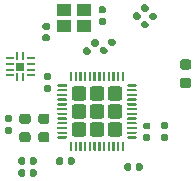
<source format=gtp>
%TF.GenerationSoftware,KiCad,Pcbnew,5.1.7-a382d34a8~87~ubuntu20.04.1*%
%TF.CreationDate,2020-10-26T14:53:32+05:00*%
%TF.ProjectId,OneRing,4f6e6552-696e-4672-9e6b-696361645f70,rev?*%
%TF.SameCoordinates,Original*%
%TF.FileFunction,Paste,Top*%
%TF.FilePolarity,Positive*%
%FSLAX46Y46*%
G04 Gerber Fmt 4.6, Leading zero omitted, Abs format (unit mm)*
G04 Created by KiCad (PCBNEW 5.1.7-a382d34a8~87~ubuntu20.04.1) date 2020-10-26 14:53:32*
%MOMM*%
%LPD*%
G01*
G04 APERTURE LIST*
%ADD10R,0.700000X0.250000*%
%ADD11R,0.700000X0.700000*%
%ADD12R,0.250000X0.700000*%
%ADD13R,1.150000X1.000000*%
G04 APERTURE END LIST*
%TO.C,C1*%
G36*
G01*
X157672500Y-107680000D02*
X157327500Y-107680000D01*
G75*
G02*
X157180000Y-107532500I0J147500D01*
G01*
X157180000Y-107237500D01*
G75*
G02*
X157327500Y-107090000I147500J0D01*
G01*
X157672500Y-107090000D01*
G75*
G02*
X157820000Y-107237500I0J-147500D01*
G01*
X157820000Y-107532500D01*
G75*
G02*
X157672500Y-107680000I-147500J0D01*
G01*
G37*
G36*
G01*
X157672500Y-106710000D02*
X157327500Y-106710000D01*
G75*
G02*
X157180000Y-106562500I0J147500D01*
G01*
X157180000Y-106267500D01*
G75*
G02*
X157327500Y-106120000I147500J0D01*
G01*
X157672500Y-106120000D01*
G75*
G02*
X157820000Y-106267500I0J-147500D01*
G01*
X157820000Y-106562500D01*
G75*
G02*
X157672500Y-106710000I-147500J0D01*
G01*
G37*
%TD*%
%TO.C,C2*%
G36*
G01*
X163095000Y-109827500D02*
X163095000Y-110172500D01*
G75*
G02*
X162947500Y-110320000I-147500J0D01*
G01*
X162652500Y-110320000D01*
G75*
G02*
X162505000Y-110172500I0J147500D01*
G01*
X162505000Y-109827500D01*
G75*
G02*
X162652500Y-109680000I147500J0D01*
G01*
X162947500Y-109680000D01*
G75*
G02*
X163095000Y-109827500I0J-147500D01*
G01*
G37*
G36*
G01*
X162125000Y-109827500D02*
X162125000Y-110172500D01*
G75*
G02*
X161977500Y-110320000I-147500J0D01*
G01*
X161682500Y-110320000D01*
G75*
G02*
X161535000Y-110172500I0J147500D01*
G01*
X161535000Y-109827500D01*
G75*
G02*
X161682500Y-109680000I147500J0D01*
G01*
X161977500Y-109680000D01*
G75*
G02*
X162125000Y-109827500I0J-147500D01*
G01*
G37*
%TD*%
%TO.C,C3*%
G36*
G01*
X166156327Y-100287625D02*
X165912375Y-100043673D01*
G75*
G02*
X165912375Y-99835077I104298J104298D01*
G01*
X166120971Y-99626481D01*
G75*
G02*
X166329567Y-99626481I104298J-104298D01*
G01*
X166573519Y-99870433D01*
G75*
G02*
X166573519Y-100079029I-104298J-104298D01*
G01*
X166364923Y-100287625D01*
G75*
G02*
X166156327Y-100287625I-104298J104298D01*
G01*
G37*
G36*
G01*
X165470433Y-100973519D02*
X165226481Y-100729567D01*
G75*
G02*
X165226481Y-100520971I104298J104298D01*
G01*
X165435077Y-100312375D01*
G75*
G02*
X165643673Y-100312375I104298J-104298D01*
G01*
X165887625Y-100556327D01*
G75*
G02*
X165887625Y-100764923I-104298J-104298D01*
G01*
X165679029Y-100973519D01*
G75*
G02*
X165470433Y-100973519I-104298J104298D01*
G01*
G37*
%TD*%
%TO.C,C4*%
G36*
G01*
X164070433Y-101023519D02*
X163826481Y-100779567D01*
G75*
G02*
X163826481Y-100570971I104298J104298D01*
G01*
X164035077Y-100362375D01*
G75*
G02*
X164243673Y-100362375I104298J-104298D01*
G01*
X164487625Y-100606327D01*
G75*
G02*
X164487625Y-100814923I-104298J-104298D01*
G01*
X164279029Y-101023519D01*
G75*
G02*
X164070433Y-101023519I-104298J104298D01*
G01*
G37*
G36*
G01*
X164756327Y-100337625D02*
X164512375Y-100093673D01*
G75*
G02*
X164512375Y-99885077I104298J104298D01*
G01*
X164720971Y-99676481D01*
G75*
G02*
X164929567Y-99676481I104298J-104298D01*
G01*
X165173519Y-99920433D01*
G75*
G02*
X165173519Y-100129029I-104298J-104298D01*
G01*
X164964923Y-100337625D01*
G75*
G02*
X164756327Y-100337625I-104298J104298D01*
G01*
G37*
%TD*%
%TO.C,C5*%
G36*
G01*
X159156250Y-108425000D02*
X158643750Y-108425000D01*
G75*
G02*
X158425000Y-108206250I0J218750D01*
G01*
X158425000Y-107768750D01*
G75*
G02*
X158643750Y-107550000I218750J0D01*
G01*
X159156250Y-107550000D01*
G75*
G02*
X159375000Y-107768750I0J-218750D01*
G01*
X159375000Y-108206250D01*
G75*
G02*
X159156250Y-108425000I-218750J0D01*
G01*
G37*
G36*
G01*
X159156250Y-106850000D02*
X158643750Y-106850000D01*
G75*
G02*
X158425000Y-106631250I0J218750D01*
G01*
X158425000Y-106193750D01*
G75*
G02*
X158643750Y-105975000I218750J0D01*
G01*
X159156250Y-105975000D01*
G75*
G02*
X159375000Y-106193750I0J-218750D01*
G01*
X159375000Y-106631250D01*
G75*
G02*
X159156250Y-106850000I-218750J0D01*
G01*
G37*
%TD*%
%TO.C,C6*%
G36*
G01*
X169372500Y-108295000D02*
X169027500Y-108295000D01*
G75*
G02*
X168880000Y-108147500I0J147500D01*
G01*
X168880000Y-107852500D01*
G75*
G02*
X169027500Y-107705000I147500J0D01*
G01*
X169372500Y-107705000D01*
G75*
G02*
X169520000Y-107852500I0J-147500D01*
G01*
X169520000Y-108147500D01*
G75*
G02*
X169372500Y-108295000I-147500J0D01*
G01*
G37*
G36*
G01*
X169372500Y-107325000D02*
X169027500Y-107325000D01*
G75*
G02*
X168880000Y-107177500I0J147500D01*
G01*
X168880000Y-106882500D01*
G75*
G02*
X169027500Y-106735000I147500J0D01*
G01*
X169372500Y-106735000D01*
G75*
G02*
X169520000Y-106882500I0J-147500D01*
G01*
X169520000Y-107177500D01*
G75*
G02*
X169372500Y-107325000I-147500J0D01*
G01*
G37*
%TD*%
%TO.C,C7*%
G36*
G01*
X165622500Y-97495000D02*
X165277500Y-97495000D01*
G75*
G02*
X165130000Y-97347500I0J147500D01*
G01*
X165130000Y-97052500D01*
G75*
G02*
X165277500Y-96905000I147500J0D01*
G01*
X165622500Y-96905000D01*
G75*
G02*
X165770000Y-97052500I0J-147500D01*
G01*
X165770000Y-97347500D01*
G75*
G02*
X165622500Y-97495000I-147500J0D01*
G01*
G37*
G36*
G01*
X165622500Y-98465000D02*
X165277500Y-98465000D01*
G75*
G02*
X165130000Y-98317500I0J147500D01*
G01*
X165130000Y-98022500D01*
G75*
G02*
X165277500Y-97875000I147500J0D01*
G01*
X165622500Y-97875000D01*
G75*
G02*
X165770000Y-98022500I0J-147500D01*
G01*
X165770000Y-98317500D01*
G75*
G02*
X165622500Y-98465000I-147500J0D01*
G01*
G37*
%TD*%
%TO.C,C8*%
G36*
G01*
X160872500Y-99865000D02*
X160527500Y-99865000D01*
G75*
G02*
X160380000Y-99717500I0J147500D01*
G01*
X160380000Y-99422500D01*
G75*
G02*
X160527500Y-99275000I147500J0D01*
G01*
X160872500Y-99275000D01*
G75*
G02*
X161020000Y-99422500I0J-147500D01*
G01*
X161020000Y-99717500D01*
G75*
G02*
X160872500Y-99865000I-147500J0D01*
G01*
G37*
G36*
G01*
X160872500Y-98895000D02*
X160527500Y-98895000D01*
G75*
G02*
X160380000Y-98747500I0J147500D01*
G01*
X160380000Y-98452500D01*
G75*
G02*
X160527500Y-98305000I147500J0D01*
G01*
X160872500Y-98305000D01*
G75*
G02*
X161020000Y-98452500I0J-147500D01*
G01*
X161020000Y-98747500D01*
G75*
G02*
X160872500Y-98895000I-147500J0D01*
G01*
G37*
%TD*%
%TO.C,C9*%
G36*
G01*
X160627500Y-103525000D02*
X160972500Y-103525000D01*
G75*
G02*
X161120000Y-103672500I0J-147500D01*
G01*
X161120000Y-103967500D01*
G75*
G02*
X160972500Y-104115000I-147500J0D01*
G01*
X160627500Y-104115000D01*
G75*
G02*
X160480000Y-103967500I0J147500D01*
G01*
X160480000Y-103672500D01*
G75*
G02*
X160627500Y-103525000I147500J0D01*
G01*
G37*
G36*
G01*
X160627500Y-102555000D02*
X160972500Y-102555000D01*
G75*
G02*
X161120000Y-102702500I0J-147500D01*
G01*
X161120000Y-102997500D01*
G75*
G02*
X160972500Y-103145000I-147500J0D01*
G01*
X160627500Y-103145000D01*
G75*
G02*
X160480000Y-102997500I0J147500D01*
G01*
X160480000Y-102702500D01*
G75*
G02*
X160627500Y-102555000I147500J0D01*
G01*
G37*
%TD*%
%TO.C,C10*%
G36*
G01*
X160756250Y-106850000D02*
X160243750Y-106850000D01*
G75*
G02*
X160025000Y-106631250I0J218750D01*
G01*
X160025000Y-106193750D01*
G75*
G02*
X160243750Y-105975000I218750J0D01*
G01*
X160756250Y-105975000D01*
G75*
G02*
X160975000Y-106193750I0J-218750D01*
G01*
X160975000Y-106631250D01*
G75*
G02*
X160756250Y-106850000I-218750J0D01*
G01*
G37*
G36*
G01*
X160756250Y-108425000D02*
X160243750Y-108425000D01*
G75*
G02*
X160025000Y-108206250I0J218750D01*
G01*
X160025000Y-107768750D01*
G75*
G02*
X160243750Y-107550000I218750J0D01*
G01*
X160756250Y-107550000D01*
G75*
G02*
X160975000Y-107768750I0J-218750D01*
G01*
X160975000Y-108206250D01*
G75*
G02*
X160756250Y-108425000I-218750J0D01*
G01*
G37*
%TD*%
%TO.C,C11*%
G36*
G01*
X172756250Y-103825000D02*
X172243750Y-103825000D01*
G75*
G02*
X172025000Y-103606250I0J218750D01*
G01*
X172025000Y-103168750D01*
G75*
G02*
X172243750Y-102950000I218750J0D01*
G01*
X172756250Y-102950000D01*
G75*
G02*
X172975000Y-103168750I0J-218750D01*
G01*
X172975000Y-103606250D01*
G75*
G02*
X172756250Y-103825000I-218750J0D01*
G01*
G37*
G36*
G01*
X172756250Y-102250000D02*
X172243750Y-102250000D01*
G75*
G02*
X172025000Y-102031250I0J218750D01*
G01*
X172025000Y-101593750D01*
G75*
G02*
X172243750Y-101375000I218750J0D01*
G01*
X172756250Y-101375000D01*
G75*
G02*
X172975000Y-101593750I0J-218750D01*
G01*
X172975000Y-102031250D01*
G75*
G02*
X172756250Y-102250000I-218750J0D01*
G01*
G37*
%TD*%
%TO.C,C12*%
G36*
G01*
X168443673Y-97412375D02*
X168687625Y-97656327D01*
G75*
G02*
X168687625Y-97864923I-104298J-104298D01*
G01*
X168479029Y-98073519D01*
G75*
G02*
X168270433Y-98073519I-104298J104298D01*
G01*
X168026481Y-97829567D01*
G75*
G02*
X168026481Y-97620971I104298J104298D01*
G01*
X168235077Y-97412375D01*
G75*
G02*
X168443673Y-97412375I104298J-104298D01*
G01*
G37*
G36*
G01*
X169129567Y-96726481D02*
X169373519Y-96970433D01*
G75*
G02*
X169373519Y-97179029I-104298J-104298D01*
G01*
X169164923Y-97387625D01*
G75*
G02*
X168956327Y-97387625I-104298J104298D01*
G01*
X168712375Y-97143673D01*
G75*
G02*
X168712375Y-96935077I104298J104298D01*
G01*
X168920971Y-96726481D01*
G75*
G02*
X169129567Y-96726481I104298J-104298D01*
G01*
G37*
%TD*%
%TO.C,D3*%
G36*
G01*
X167320000Y-110672500D02*
X167320000Y-110327500D01*
G75*
G02*
X167467500Y-110180000I147500J0D01*
G01*
X167762500Y-110180000D01*
G75*
G02*
X167910000Y-110327500I0J-147500D01*
G01*
X167910000Y-110672500D01*
G75*
G02*
X167762500Y-110820000I-147500J0D01*
G01*
X167467500Y-110820000D01*
G75*
G02*
X167320000Y-110672500I0J147500D01*
G01*
G37*
G36*
G01*
X168290000Y-110672500D02*
X168290000Y-110327500D01*
G75*
G02*
X168437500Y-110180000I147500J0D01*
G01*
X168732500Y-110180000D01*
G75*
G02*
X168880000Y-110327500I0J-147500D01*
G01*
X168880000Y-110672500D01*
G75*
G02*
X168732500Y-110820000I-147500J0D01*
G01*
X168437500Y-110820000D01*
G75*
G02*
X168290000Y-110672500I0J147500D01*
G01*
G37*
%TD*%
%TO.C,L2*%
G36*
G01*
X169829567Y-97426481D02*
X170073519Y-97670433D01*
G75*
G02*
X170073519Y-97879029I-104298J-104298D01*
G01*
X169864923Y-98087625D01*
G75*
G02*
X169656327Y-98087625I-104298J104298D01*
G01*
X169412375Y-97843673D01*
G75*
G02*
X169412375Y-97635077I104298J104298D01*
G01*
X169620971Y-97426481D01*
G75*
G02*
X169829567Y-97426481I104298J-104298D01*
G01*
G37*
G36*
G01*
X169143673Y-98112375D02*
X169387625Y-98356327D01*
G75*
G02*
X169387625Y-98564923I-104298J-104298D01*
G01*
X169179029Y-98773519D01*
G75*
G02*
X168970433Y-98773519I-104298J104298D01*
G01*
X168726481Y-98529567D01*
G75*
G02*
X168726481Y-98320971I104298J104298D01*
G01*
X168935077Y-98112375D01*
G75*
G02*
X169143673Y-98112375I104298J-104298D01*
G01*
G37*
%TD*%
%TO.C,R4*%
G36*
G01*
X170872500Y-107310000D02*
X170527500Y-107310000D01*
G75*
G02*
X170380000Y-107162500I0J147500D01*
G01*
X170380000Y-106867500D01*
G75*
G02*
X170527500Y-106720000I147500J0D01*
G01*
X170872500Y-106720000D01*
G75*
G02*
X171020000Y-106867500I0J-147500D01*
G01*
X171020000Y-107162500D01*
G75*
G02*
X170872500Y-107310000I-147500J0D01*
G01*
G37*
G36*
G01*
X170872500Y-108280000D02*
X170527500Y-108280000D01*
G75*
G02*
X170380000Y-108132500I0J147500D01*
G01*
X170380000Y-107837500D01*
G75*
G02*
X170527500Y-107690000I147500J0D01*
G01*
X170872500Y-107690000D01*
G75*
G02*
X171020000Y-107837500I0J-147500D01*
G01*
X171020000Y-108132500D01*
G75*
G02*
X170872500Y-108280000I-147500J0D01*
G01*
G37*
%TD*%
%TO.C,R5*%
G36*
G01*
X159305000Y-111172500D02*
X159305000Y-110827500D01*
G75*
G02*
X159452500Y-110680000I147500J0D01*
G01*
X159747500Y-110680000D01*
G75*
G02*
X159895000Y-110827500I0J-147500D01*
G01*
X159895000Y-111172500D01*
G75*
G02*
X159747500Y-111320000I-147500J0D01*
G01*
X159452500Y-111320000D01*
G75*
G02*
X159305000Y-111172500I0J147500D01*
G01*
G37*
G36*
G01*
X158335000Y-111172500D02*
X158335000Y-110827500D01*
G75*
G02*
X158482500Y-110680000I147500J0D01*
G01*
X158777500Y-110680000D01*
G75*
G02*
X158925000Y-110827500I0J-147500D01*
G01*
X158925000Y-111172500D01*
G75*
G02*
X158777500Y-111320000I-147500J0D01*
G01*
X158482500Y-111320000D01*
G75*
G02*
X158335000Y-111172500I0J147500D01*
G01*
G37*
%TD*%
%TO.C,R6*%
G36*
G01*
X159895000Y-109827500D02*
X159895000Y-110172500D01*
G75*
G02*
X159747500Y-110320000I-147500J0D01*
G01*
X159452500Y-110320000D01*
G75*
G02*
X159305000Y-110172500I0J147500D01*
G01*
X159305000Y-109827500D01*
G75*
G02*
X159452500Y-109680000I147500J0D01*
G01*
X159747500Y-109680000D01*
G75*
G02*
X159895000Y-109827500I0J-147500D01*
G01*
G37*
G36*
G01*
X158925000Y-109827500D02*
X158925000Y-110172500D01*
G75*
G02*
X158777500Y-110320000I-147500J0D01*
G01*
X158482500Y-110320000D01*
G75*
G02*
X158335000Y-110172500I0J147500D01*
G01*
X158335000Y-109827500D01*
G75*
G02*
X158482500Y-109680000I147500J0D01*
G01*
X158777500Y-109680000D01*
G75*
G02*
X158925000Y-109827500I0J-147500D01*
G01*
G37*
%TD*%
%TO.C,U1*%
G36*
G01*
X162850000Y-109150000D02*
X162750000Y-109150000D01*
G75*
G02*
X162700000Y-109100000I0J50000D01*
G01*
X162700000Y-108400000D01*
G75*
G02*
X162750000Y-108350000I50000J0D01*
G01*
X162850000Y-108350000D01*
G75*
G02*
X162900000Y-108400000I0J-50000D01*
G01*
X162900000Y-109100000D01*
G75*
G02*
X162850000Y-109150000I-50000J0D01*
G01*
G37*
G36*
G01*
X163250000Y-109150000D02*
X163150000Y-109150000D01*
G75*
G02*
X163100000Y-109100000I0J50000D01*
G01*
X163100000Y-108400000D01*
G75*
G02*
X163150000Y-108350000I50000J0D01*
G01*
X163250000Y-108350000D01*
G75*
G02*
X163300000Y-108400000I0J-50000D01*
G01*
X163300000Y-109100000D01*
G75*
G02*
X163250000Y-109150000I-50000J0D01*
G01*
G37*
G36*
G01*
X163650000Y-109150000D02*
X163550000Y-109150000D01*
G75*
G02*
X163500000Y-109100000I0J50000D01*
G01*
X163500000Y-108400000D01*
G75*
G02*
X163550000Y-108350000I50000J0D01*
G01*
X163650000Y-108350000D01*
G75*
G02*
X163700000Y-108400000I0J-50000D01*
G01*
X163700000Y-109100000D01*
G75*
G02*
X163650000Y-109150000I-50000J0D01*
G01*
G37*
G36*
G01*
X164050000Y-109150000D02*
X163950000Y-109150000D01*
G75*
G02*
X163900000Y-109100000I0J50000D01*
G01*
X163900000Y-108400000D01*
G75*
G02*
X163950000Y-108350000I50000J0D01*
G01*
X164050000Y-108350000D01*
G75*
G02*
X164100000Y-108400000I0J-50000D01*
G01*
X164100000Y-109100000D01*
G75*
G02*
X164050000Y-109150000I-50000J0D01*
G01*
G37*
G36*
G01*
X164450000Y-109150000D02*
X164350000Y-109150000D01*
G75*
G02*
X164300000Y-109100000I0J50000D01*
G01*
X164300000Y-108400000D01*
G75*
G02*
X164350000Y-108350000I50000J0D01*
G01*
X164450000Y-108350000D01*
G75*
G02*
X164500000Y-108400000I0J-50000D01*
G01*
X164500000Y-109100000D01*
G75*
G02*
X164450000Y-109150000I-50000J0D01*
G01*
G37*
G36*
G01*
X164850000Y-109150000D02*
X164750000Y-109150000D01*
G75*
G02*
X164700000Y-109100000I0J50000D01*
G01*
X164700000Y-108400000D01*
G75*
G02*
X164750000Y-108350000I50000J0D01*
G01*
X164850000Y-108350000D01*
G75*
G02*
X164900000Y-108400000I0J-50000D01*
G01*
X164900000Y-109100000D01*
G75*
G02*
X164850000Y-109150000I-50000J0D01*
G01*
G37*
G36*
G01*
X165250000Y-109150000D02*
X165150000Y-109150000D01*
G75*
G02*
X165100000Y-109100000I0J50000D01*
G01*
X165100000Y-108400000D01*
G75*
G02*
X165150000Y-108350000I50000J0D01*
G01*
X165250000Y-108350000D01*
G75*
G02*
X165300000Y-108400000I0J-50000D01*
G01*
X165300000Y-109100000D01*
G75*
G02*
X165250000Y-109150000I-50000J0D01*
G01*
G37*
G36*
G01*
X165650000Y-109150000D02*
X165550000Y-109150000D01*
G75*
G02*
X165500000Y-109100000I0J50000D01*
G01*
X165500000Y-108400000D01*
G75*
G02*
X165550000Y-108350000I50000J0D01*
G01*
X165650000Y-108350000D01*
G75*
G02*
X165700000Y-108400000I0J-50000D01*
G01*
X165700000Y-109100000D01*
G75*
G02*
X165650000Y-109150000I-50000J0D01*
G01*
G37*
G36*
G01*
X166050000Y-109150000D02*
X165950000Y-109150000D01*
G75*
G02*
X165900000Y-109100000I0J50000D01*
G01*
X165900000Y-108400000D01*
G75*
G02*
X165950000Y-108350000I50000J0D01*
G01*
X166050000Y-108350000D01*
G75*
G02*
X166100000Y-108400000I0J-50000D01*
G01*
X166100000Y-109100000D01*
G75*
G02*
X166050000Y-109150000I-50000J0D01*
G01*
G37*
G36*
G01*
X166450000Y-109150000D02*
X166350000Y-109150000D01*
G75*
G02*
X166300000Y-109100000I0J50000D01*
G01*
X166300000Y-108400000D01*
G75*
G02*
X166350000Y-108350000I50000J0D01*
G01*
X166450000Y-108350000D01*
G75*
G02*
X166500000Y-108400000I0J-50000D01*
G01*
X166500000Y-109100000D01*
G75*
G02*
X166450000Y-109150000I-50000J0D01*
G01*
G37*
G36*
G01*
X166850000Y-109150000D02*
X166750000Y-109150000D01*
G75*
G02*
X166700000Y-109100000I0J50000D01*
G01*
X166700000Y-108400000D01*
G75*
G02*
X166750000Y-108350000I50000J0D01*
G01*
X166850000Y-108350000D01*
G75*
G02*
X166900000Y-108400000I0J-50000D01*
G01*
X166900000Y-109100000D01*
G75*
G02*
X166850000Y-109150000I-50000J0D01*
G01*
G37*
G36*
G01*
X167250000Y-109150000D02*
X167150000Y-109150000D01*
G75*
G02*
X167100000Y-109100000I0J50000D01*
G01*
X167100000Y-108400000D01*
G75*
G02*
X167150000Y-108350000I50000J0D01*
G01*
X167250000Y-108350000D01*
G75*
G02*
X167300000Y-108400000I0J-50000D01*
G01*
X167300000Y-109100000D01*
G75*
G02*
X167250000Y-109150000I-50000J0D01*
G01*
G37*
G36*
G01*
X168300000Y-108100000D02*
X167600000Y-108100000D01*
G75*
G02*
X167550000Y-108050000I0J50000D01*
G01*
X167550000Y-107950000D01*
G75*
G02*
X167600000Y-107900000I50000J0D01*
G01*
X168300000Y-107900000D01*
G75*
G02*
X168350000Y-107950000I0J-50000D01*
G01*
X168350000Y-108050000D01*
G75*
G02*
X168300000Y-108100000I-50000J0D01*
G01*
G37*
G36*
G01*
X168300000Y-107700000D02*
X167600000Y-107700000D01*
G75*
G02*
X167550000Y-107650000I0J50000D01*
G01*
X167550000Y-107550000D01*
G75*
G02*
X167600000Y-107500000I50000J0D01*
G01*
X168300000Y-107500000D01*
G75*
G02*
X168350000Y-107550000I0J-50000D01*
G01*
X168350000Y-107650000D01*
G75*
G02*
X168300000Y-107700000I-50000J0D01*
G01*
G37*
G36*
G01*
X168300000Y-107300000D02*
X167600000Y-107300000D01*
G75*
G02*
X167550000Y-107250000I0J50000D01*
G01*
X167550000Y-107150000D01*
G75*
G02*
X167600000Y-107100000I50000J0D01*
G01*
X168300000Y-107100000D01*
G75*
G02*
X168350000Y-107150000I0J-50000D01*
G01*
X168350000Y-107250000D01*
G75*
G02*
X168300000Y-107300000I-50000J0D01*
G01*
G37*
G36*
G01*
X168300000Y-106900000D02*
X167600000Y-106900000D01*
G75*
G02*
X167550000Y-106850000I0J50000D01*
G01*
X167550000Y-106750000D01*
G75*
G02*
X167600000Y-106700000I50000J0D01*
G01*
X168300000Y-106700000D01*
G75*
G02*
X168350000Y-106750000I0J-50000D01*
G01*
X168350000Y-106850000D01*
G75*
G02*
X168300000Y-106900000I-50000J0D01*
G01*
G37*
G36*
G01*
X168300000Y-106500000D02*
X167600000Y-106500000D01*
G75*
G02*
X167550000Y-106450000I0J50000D01*
G01*
X167550000Y-106350000D01*
G75*
G02*
X167600000Y-106300000I50000J0D01*
G01*
X168300000Y-106300000D01*
G75*
G02*
X168350000Y-106350000I0J-50000D01*
G01*
X168350000Y-106450000D01*
G75*
G02*
X168300000Y-106500000I-50000J0D01*
G01*
G37*
G36*
G01*
X168300000Y-106100000D02*
X167600000Y-106100000D01*
G75*
G02*
X167550000Y-106050000I0J50000D01*
G01*
X167550000Y-105950000D01*
G75*
G02*
X167600000Y-105900000I50000J0D01*
G01*
X168300000Y-105900000D01*
G75*
G02*
X168350000Y-105950000I0J-50000D01*
G01*
X168350000Y-106050000D01*
G75*
G02*
X168300000Y-106100000I-50000J0D01*
G01*
G37*
G36*
G01*
X168300000Y-105700000D02*
X167600000Y-105700000D01*
G75*
G02*
X167550000Y-105650000I0J50000D01*
G01*
X167550000Y-105550000D01*
G75*
G02*
X167600000Y-105500000I50000J0D01*
G01*
X168300000Y-105500000D01*
G75*
G02*
X168350000Y-105550000I0J-50000D01*
G01*
X168350000Y-105650000D01*
G75*
G02*
X168300000Y-105700000I-50000J0D01*
G01*
G37*
G36*
G01*
X168300000Y-105300000D02*
X167600000Y-105300000D01*
G75*
G02*
X167550000Y-105250000I0J50000D01*
G01*
X167550000Y-105150000D01*
G75*
G02*
X167600000Y-105100000I50000J0D01*
G01*
X168300000Y-105100000D01*
G75*
G02*
X168350000Y-105150000I0J-50000D01*
G01*
X168350000Y-105250000D01*
G75*
G02*
X168300000Y-105300000I-50000J0D01*
G01*
G37*
G36*
G01*
X168300000Y-104900000D02*
X167600000Y-104900000D01*
G75*
G02*
X167550000Y-104850000I0J50000D01*
G01*
X167550000Y-104750000D01*
G75*
G02*
X167600000Y-104700000I50000J0D01*
G01*
X168300000Y-104700000D01*
G75*
G02*
X168350000Y-104750000I0J-50000D01*
G01*
X168350000Y-104850000D01*
G75*
G02*
X168300000Y-104900000I-50000J0D01*
G01*
G37*
G36*
G01*
X168300000Y-104500000D02*
X167600000Y-104500000D01*
G75*
G02*
X167550000Y-104450000I0J50000D01*
G01*
X167550000Y-104350000D01*
G75*
G02*
X167600000Y-104300000I50000J0D01*
G01*
X168300000Y-104300000D01*
G75*
G02*
X168350000Y-104350000I0J-50000D01*
G01*
X168350000Y-104450000D01*
G75*
G02*
X168300000Y-104500000I-50000J0D01*
G01*
G37*
G36*
G01*
X168300000Y-104100000D02*
X167600000Y-104100000D01*
G75*
G02*
X167550000Y-104050000I0J50000D01*
G01*
X167550000Y-103950000D01*
G75*
G02*
X167600000Y-103900000I50000J0D01*
G01*
X168300000Y-103900000D01*
G75*
G02*
X168350000Y-103950000I0J-50000D01*
G01*
X168350000Y-104050000D01*
G75*
G02*
X168300000Y-104100000I-50000J0D01*
G01*
G37*
G36*
G01*
X168300000Y-103700000D02*
X167600000Y-103700000D01*
G75*
G02*
X167550000Y-103650000I0J50000D01*
G01*
X167550000Y-103550000D01*
G75*
G02*
X167600000Y-103500000I50000J0D01*
G01*
X168300000Y-103500000D01*
G75*
G02*
X168350000Y-103550000I0J-50000D01*
G01*
X168350000Y-103650000D01*
G75*
G02*
X168300000Y-103700000I-50000J0D01*
G01*
G37*
G36*
G01*
X167250000Y-103250000D02*
X167150000Y-103250000D01*
G75*
G02*
X167100000Y-103200000I0J50000D01*
G01*
X167100000Y-102500000D01*
G75*
G02*
X167150000Y-102450000I50000J0D01*
G01*
X167250000Y-102450000D01*
G75*
G02*
X167300000Y-102500000I0J-50000D01*
G01*
X167300000Y-103200000D01*
G75*
G02*
X167250000Y-103250000I-50000J0D01*
G01*
G37*
G36*
G01*
X166850000Y-103250000D02*
X166750000Y-103250000D01*
G75*
G02*
X166700000Y-103200000I0J50000D01*
G01*
X166700000Y-102500000D01*
G75*
G02*
X166750000Y-102450000I50000J0D01*
G01*
X166850000Y-102450000D01*
G75*
G02*
X166900000Y-102500000I0J-50000D01*
G01*
X166900000Y-103200000D01*
G75*
G02*
X166850000Y-103250000I-50000J0D01*
G01*
G37*
G36*
G01*
X166450000Y-103250000D02*
X166350000Y-103250000D01*
G75*
G02*
X166300000Y-103200000I0J50000D01*
G01*
X166300000Y-102500000D01*
G75*
G02*
X166350000Y-102450000I50000J0D01*
G01*
X166450000Y-102450000D01*
G75*
G02*
X166500000Y-102500000I0J-50000D01*
G01*
X166500000Y-103200000D01*
G75*
G02*
X166450000Y-103250000I-50000J0D01*
G01*
G37*
G36*
G01*
X166050000Y-103250000D02*
X165950000Y-103250000D01*
G75*
G02*
X165900000Y-103200000I0J50000D01*
G01*
X165900000Y-102500000D01*
G75*
G02*
X165950000Y-102450000I50000J0D01*
G01*
X166050000Y-102450000D01*
G75*
G02*
X166100000Y-102500000I0J-50000D01*
G01*
X166100000Y-103200000D01*
G75*
G02*
X166050000Y-103250000I-50000J0D01*
G01*
G37*
G36*
G01*
X165650000Y-103250000D02*
X165550000Y-103250000D01*
G75*
G02*
X165500000Y-103200000I0J50000D01*
G01*
X165500000Y-102500000D01*
G75*
G02*
X165550000Y-102450000I50000J0D01*
G01*
X165650000Y-102450000D01*
G75*
G02*
X165700000Y-102500000I0J-50000D01*
G01*
X165700000Y-103200000D01*
G75*
G02*
X165650000Y-103250000I-50000J0D01*
G01*
G37*
G36*
G01*
X165250000Y-103250000D02*
X165150000Y-103250000D01*
G75*
G02*
X165100000Y-103200000I0J50000D01*
G01*
X165100000Y-102500000D01*
G75*
G02*
X165150000Y-102450000I50000J0D01*
G01*
X165250000Y-102450000D01*
G75*
G02*
X165300000Y-102500000I0J-50000D01*
G01*
X165300000Y-103200000D01*
G75*
G02*
X165250000Y-103250000I-50000J0D01*
G01*
G37*
G36*
G01*
X164850000Y-103250000D02*
X164750000Y-103250000D01*
G75*
G02*
X164700000Y-103200000I0J50000D01*
G01*
X164700000Y-102500000D01*
G75*
G02*
X164750000Y-102450000I50000J0D01*
G01*
X164850000Y-102450000D01*
G75*
G02*
X164900000Y-102500000I0J-50000D01*
G01*
X164900000Y-103200000D01*
G75*
G02*
X164850000Y-103250000I-50000J0D01*
G01*
G37*
G36*
G01*
X164450000Y-103250000D02*
X164350000Y-103250000D01*
G75*
G02*
X164300000Y-103200000I0J50000D01*
G01*
X164300000Y-102500000D01*
G75*
G02*
X164350000Y-102450000I50000J0D01*
G01*
X164450000Y-102450000D01*
G75*
G02*
X164500000Y-102500000I0J-50000D01*
G01*
X164500000Y-103200000D01*
G75*
G02*
X164450000Y-103250000I-50000J0D01*
G01*
G37*
G36*
G01*
X164050000Y-103250000D02*
X163950000Y-103250000D01*
G75*
G02*
X163900000Y-103200000I0J50000D01*
G01*
X163900000Y-102500000D01*
G75*
G02*
X163950000Y-102450000I50000J0D01*
G01*
X164050000Y-102450000D01*
G75*
G02*
X164100000Y-102500000I0J-50000D01*
G01*
X164100000Y-103200000D01*
G75*
G02*
X164050000Y-103250000I-50000J0D01*
G01*
G37*
G36*
G01*
X163650000Y-103250000D02*
X163550000Y-103250000D01*
G75*
G02*
X163500000Y-103200000I0J50000D01*
G01*
X163500000Y-102500000D01*
G75*
G02*
X163550000Y-102450000I50000J0D01*
G01*
X163650000Y-102450000D01*
G75*
G02*
X163700000Y-102500000I0J-50000D01*
G01*
X163700000Y-103200000D01*
G75*
G02*
X163650000Y-103250000I-50000J0D01*
G01*
G37*
G36*
G01*
X163250000Y-103250000D02*
X163150000Y-103250000D01*
G75*
G02*
X163100000Y-103200000I0J50000D01*
G01*
X163100000Y-102500000D01*
G75*
G02*
X163150000Y-102450000I50000J0D01*
G01*
X163250000Y-102450000D01*
G75*
G02*
X163300000Y-102500000I0J-50000D01*
G01*
X163300000Y-103200000D01*
G75*
G02*
X163250000Y-103250000I-50000J0D01*
G01*
G37*
G36*
G01*
X162850000Y-103250000D02*
X162750000Y-103250000D01*
G75*
G02*
X162700000Y-103200000I0J50000D01*
G01*
X162700000Y-102500000D01*
G75*
G02*
X162750000Y-102450000I50000J0D01*
G01*
X162850000Y-102450000D01*
G75*
G02*
X162900000Y-102500000I0J-50000D01*
G01*
X162900000Y-103200000D01*
G75*
G02*
X162850000Y-103250000I-50000J0D01*
G01*
G37*
G36*
G01*
X162400000Y-103700000D02*
X161700000Y-103700000D01*
G75*
G02*
X161650000Y-103650000I0J50000D01*
G01*
X161650000Y-103550000D01*
G75*
G02*
X161700000Y-103500000I50000J0D01*
G01*
X162400000Y-103500000D01*
G75*
G02*
X162450000Y-103550000I0J-50000D01*
G01*
X162450000Y-103650000D01*
G75*
G02*
X162400000Y-103700000I-50000J0D01*
G01*
G37*
G36*
G01*
X162400000Y-104100000D02*
X161700000Y-104100000D01*
G75*
G02*
X161650000Y-104050000I0J50000D01*
G01*
X161650000Y-103950000D01*
G75*
G02*
X161700000Y-103900000I50000J0D01*
G01*
X162400000Y-103900000D01*
G75*
G02*
X162450000Y-103950000I0J-50000D01*
G01*
X162450000Y-104050000D01*
G75*
G02*
X162400000Y-104100000I-50000J0D01*
G01*
G37*
G36*
G01*
X162400000Y-104500000D02*
X161700000Y-104500000D01*
G75*
G02*
X161650000Y-104450000I0J50000D01*
G01*
X161650000Y-104350000D01*
G75*
G02*
X161700000Y-104300000I50000J0D01*
G01*
X162400000Y-104300000D01*
G75*
G02*
X162450000Y-104350000I0J-50000D01*
G01*
X162450000Y-104450000D01*
G75*
G02*
X162400000Y-104500000I-50000J0D01*
G01*
G37*
G36*
G01*
X162400000Y-104900000D02*
X161700000Y-104900000D01*
G75*
G02*
X161650000Y-104850000I0J50000D01*
G01*
X161650000Y-104750000D01*
G75*
G02*
X161700000Y-104700000I50000J0D01*
G01*
X162400000Y-104700000D01*
G75*
G02*
X162450000Y-104750000I0J-50000D01*
G01*
X162450000Y-104850000D01*
G75*
G02*
X162400000Y-104900000I-50000J0D01*
G01*
G37*
G36*
G01*
X162400000Y-105300000D02*
X161700000Y-105300000D01*
G75*
G02*
X161650000Y-105250000I0J50000D01*
G01*
X161650000Y-105150000D01*
G75*
G02*
X161700000Y-105100000I50000J0D01*
G01*
X162400000Y-105100000D01*
G75*
G02*
X162450000Y-105150000I0J-50000D01*
G01*
X162450000Y-105250000D01*
G75*
G02*
X162400000Y-105300000I-50000J0D01*
G01*
G37*
G36*
G01*
X162400000Y-105700000D02*
X161700000Y-105700000D01*
G75*
G02*
X161650000Y-105650000I0J50000D01*
G01*
X161650000Y-105550000D01*
G75*
G02*
X161700000Y-105500000I50000J0D01*
G01*
X162400000Y-105500000D01*
G75*
G02*
X162450000Y-105550000I0J-50000D01*
G01*
X162450000Y-105650000D01*
G75*
G02*
X162400000Y-105700000I-50000J0D01*
G01*
G37*
G36*
G01*
X162400000Y-106100000D02*
X161700000Y-106100000D01*
G75*
G02*
X161650000Y-106050000I0J50000D01*
G01*
X161650000Y-105950000D01*
G75*
G02*
X161700000Y-105900000I50000J0D01*
G01*
X162400000Y-105900000D01*
G75*
G02*
X162450000Y-105950000I0J-50000D01*
G01*
X162450000Y-106050000D01*
G75*
G02*
X162400000Y-106100000I-50000J0D01*
G01*
G37*
G36*
G01*
X162400000Y-106500000D02*
X161700000Y-106500000D01*
G75*
G02*
X161650000Y-106450000I0J50000D01*
G01*
X161650000Y-106350000D01*
G75*
G02*
X161700000Y-106300000I50000J0D01*
G01*
X162400000Y-106300000D01*
G75*
G02*
X162450000Y-106350000I0J-50000D01*
G01*
X162450000Y-106450000D01*
G75*
G02*
X162400000Y-106500000I-50000J0D01*
G01*
G37*
G36*
G01*
X162400000Y-106900000D02*
X161700000Y-106900000D01*
G75*
G02*
X161650000Y-106850000I0J50000D01*
G01*
X161650000Y-106750000D01*
G75*
G02*
X161700000Y-106700000I50000J0D01*
G01*
X162400000Y-106700000D01*
G75*
G02*
X162450000Y-106750000I0J-50000D01*
G01*
X162450000Y-106850000D01*
G75*
G02*
X162400000Y-106900000I-50000J0D01*
G01*
G37*
G36*
G01*
X162400000Y-107300000D02*
X161700000Y-107300000D01*
G75*
G02*
X161650000Y-107250000I0J50000D01*
G01*
X161650000Y-107150000D01*
G75*
G02*
X161700000Y-107100000I50000J0D01*
G01*
X162400000Y-107100000D01*
G75*
G02*
X162450000Y-107150000I0J-50000D01*
G01*
X162450000Y-107250000D01*
G75*
G02*
X162400000Y-107300000I-50000J0D01*
G01*
G37*
G36*
G01*
X162400000Y-107700000D02*
X161700000Y-107700000D01*
G75*
G02*
X161650000Y-107650000I0J50000D01*
G01*
X161650000Y-107550000D01*
G75*
G02*
X161700000Y-107500000I50000J0D01*
G01*
X162400000Y-107500000D01*
G75*
G02*
X162450000Y-107550000I0J-50000D01*
G01*
X162450000Y-107650000D01*
G75*
G02*
X162400000Y-107700000I-50000J0D01*
G01*
G37*
G36*
G01*
X162400000Y-108100000D02*
X161700000Y-108100000D01*
G75*
G02*
X161650000Y-108050000I0J50000D01*
G01*
X161650000Y-107950000D01*
G75*
G02*
X161700000Y-107900000I50000J0D01*
G01*
X162400000Y-107900000D01*
G75*
G02*
X162450000Y-107950000I0J-50000D01*
G01*
X162450000Y-108050000D01*
G75*
G02*
X162400000Y-108100000I-50000J0D01*
G01*
G37*
G36*
G01*
X163840000Y-107950000D02*
X163100000Y-107950000D01*
G75*
G02*
X162850000Y-107700000I0J250000D01*
G01*
X162850000Y-106960000D01*
G75*
G02*
X163100000Y-106710000I250000J0D01*
G01*
X163840000Y-106710000D01*
G75*
G02*
X164090000Y-106960000I0J-250000D01*
G01*
X164090000Y-107700000D01*
G75*
G02*
X163840000Y-107950000I-250000J0D01*
G01*
G37*
G36*
G01*
X165370000Y-107950000D02*
X164630000Y-107950000D01*
G75*
G02*
X164380000Y-107700000I0J250000D01*
G01*
X164380000Y-106960000D01*
G75*
G02*
X164630000Y-106710000I250000J0D01*
G01*
X165370000Y-106710000D01*
G75*
G02*
X165620000Y-106960000I0J-250000D01*
G01*
X165620000Y-107700000D01*
G75*
G02*
X165370000Y-107950000I-250000J0D01*
G01*
G37*
G36*
G01*
X166900000Y-107950000D02*
X166160000Y-107950000D01*
G75*
G02*
X165910000Y-107700000I0J250000D01*
G01*
X165910000Y-106960000D01*
G75*
G02*
X166160000Y-106710000I250000J0D01*
G01*
X166900000Y-106710000D01*
G75*
G02*
X167150000Y-106960000I0J-250000D01*
G01*
X167150000Y-107700000D01*
G75*
G02*
X166900000Y-107950000I-250000J0D01*
G01*
G37*
G36*
G01*
X163840000Y-106420000D02*
X163100000Y-106420000D01*
G75*
G02*
X162850000Y-106170000I0J250000D01*
G01*
X162850000Y-105430000D01*
G75*
G02*
X163100000Y-105180000I250000J0D01*
G01*
X163840000Y-105180000D01*
G75*
G02*
X164090000Y-105430000I0J-250000D01*
G01*
X164090000Y-106170000D01*
G75*
G02*
X163840000Y-106420000I-250000J0D01*
G01*
G37*
G36*
G01*
X165370000Y-106420000D02*
X164630000Y-106420000D01*
G75*
G02*
X164380000Y-106170000I0J250000D01*
G01*
X164380000Y-105430000D01*
G75*
G02*
X164630000Y-105180000I250000J0D01*
G01*
X165370000Y-105180000D01*
G75*
G02*
X165620000Y-105430000I0J-250000D01*
G01*
X165620000Y-106170000D01*
G75*
G02*
X165370000Y-106420000I-250000J0D01*
G01*
G37*
G36*
G01*
X166900000Y-106420000D02*
X166160000Y-106420000D01*
G75*
G02*
X165910000Y-106170000I0J250000D01*
G01*
X165910000Y-105430000D01*
G75*
G02*
X166160000Y-105180000I250000J0D01*
G01*
X166900000Y-105180000D01*
G75*
G02*
X167150000Y-105430000I0J-250000D01*
G01*
X167150000Y-106170000D01*
G75*
G02*
X166900000Y-106420000I-250000J0D01*
G01*
G37*
G36*
G01*
X163840000Y-104890000D02*
X163100000Y-104890000D01*
G75*
G02*
X162850000Y-104640000I0J250000D01*
G01*
X162850000Y-103900000D01*
G75*
G02*
X163100000Y-103650000I250000J0D01*
G01*
X163840000Y-103650000D01*
G75*
G02*
X164090000Y-103900000I0J-250000D01*
G01*
X164090000Y-104640000D01*
G75*
G02*
X163840000Y-104890000I-250000J0D01*
G01*
G37*
G36*
G01*
X165370000Y-104890000D02*
X164630000Y-104890000D01*
G75*
G02*
X164380000Y-104640000I0J250000D01*
G01*
X164380000Y-103900000D01*
G75*
G02*
X164630000Y-103650000I250000J0D01*
G01*
X165370000Y-103650000D01*
G75*
G02*
X165620000Y-103900000I0J-250000D01*
G01*
X165620000Y-104640000D01*
G75*
G02*
X165370000Y-104890000I-250000J0D01*
G01*
G37*
G36*
G01*
X166900000Y-104890000D02*
X166160000Y-104890000D01*
G75*
G02*
X165910000Y-104640000I0J250000D01*
G01*
X165910000Y-103900000D01*
G75*
G02*
X166160000Y-103650000I250000J0D01*
G01*
X166900000Y-103650000D01*
G75*
G02*
X167150000Y-103900000I0J-250000D01*
G01*
X167150000Y-104640000D01*
G75*
G02*
X166900000Y-104890000I-250000J0D01*
G01*
G37*
%TD*%
D10*
%TO.C,U2*%
X159400000Y-102750000D03*
X159400000Y-102250000D03*
X159400000Y-101750000D03*
X159400000Y-101250000D03*
X157600000Y-102750000D03*
X157600000Y-102250000D03*
X157600000Y-101250000D03*
X157600000Y-101750000D03*
D11*
X158500000Y-102000000D03*
D12*
X158750000Y-101100000D03*
X158750000Y-102900000D03*
X158250000Y-101100000D03*
X158250000Y-102900000D03*
%TD*%
D13*
%TO.C,Y1*%
X163925000Y-97200000D03*
X162175000Y-97200000D03*
X162175000Y-98600000D03*
X163925000Y-98600000D03*
%TD*%
M02*

</source>
